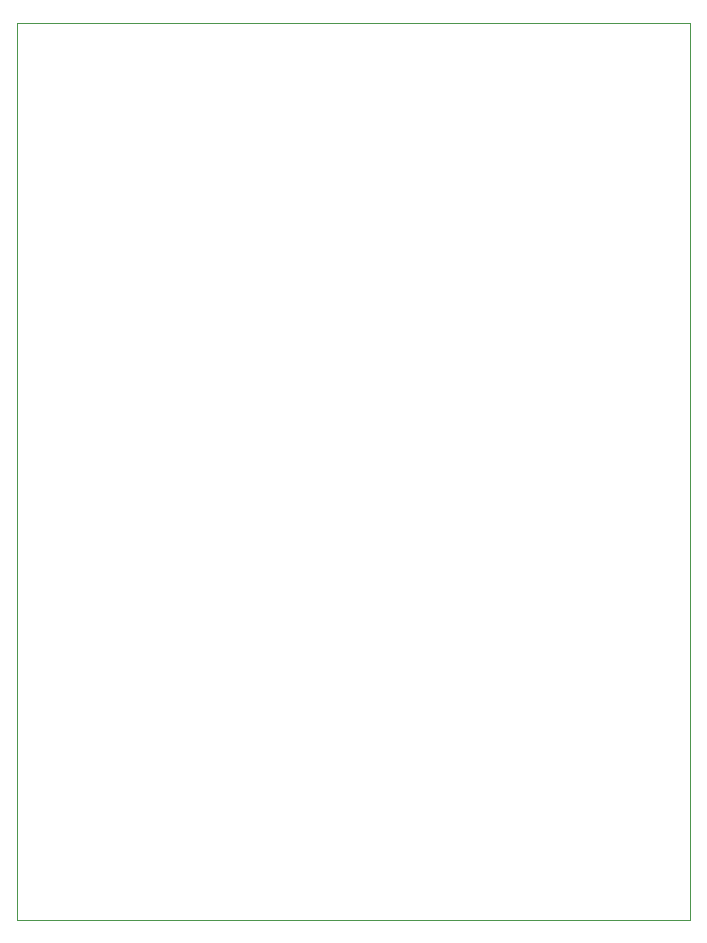
<source format=gbr>
G04 #@! TF.GenerationSoftware,KiCad,Pcbnew,8.0.6-8.0.6-0~ubuntu20.04.1*
G04 #@! TF.CreationDate,2025-03-06T21:33:18+00:00*
G04 #@! TF.ProjectId,SNES_CONTROLLER,534e4553-5f43-44f4-9e54-524f4c4c4552,rev?*
G04 #@! TF.SameCoordinates,Original*
G04 #@! TF.FileFunction,Profile,NP*
%FSLAX46Y46*%
G04 Gerber Fmt 4.6, Leading zero omitted, Abs format (unit mm)*
G04 Created by KiCad (PCBNEW 8.0.6-8.0.6-0~ubuntu20.04.1) date 2025-03-06 21:33:18*
%MOMM*%
%LPD*%
G01*
G04 APERTURE LIST*
G04 #@! TA.AperFunction,Profile*
%ADD10C,0.050000*%
G04 #@! TD*
G04 APERTURE END LIST*
D10*
X98000000Y-58500000D02*
X155000000Y-58500000D01*
X98000000Y-134500000D02*
X98000000Y-58500000D01*
X155000000Y-58500000D02*
X155000000Y-134500000D01*
X155000000Y-134500000D02*
X98000000Y-134500000D01*
M02*

</source>
